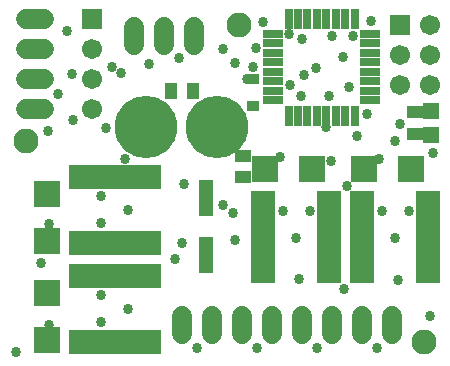
<source format=gts>
G75*
%MOIN*%
%OFA0B0*%
%FSLAX25Y25*%
%IPPOS*%
%LPD*%
%AMOC8*
5,1,8,0,0,1.08239X$1,22.5*
%
%ADD10C,0.08300*%
%ADD11R,0.08674X0.08674*%
%ADD12C,0.06700*%
%ADD13R,0.06700X0.06700*%
%ADD14C,0.06737*%
%ADD15R,0.02800X0.06600*%
%ADD16R,0.06600X0.02800*%
%ADD17R,0.30800X0.07900*%
%ADD18R,0.07900X0.30800*%
%ADD19R,0.03950X0.05524*%
%ADD20R,0.05524X0.03950*%
%ADD21R,0.04737X0.12414*%
%ADD22R,0.05524X0.05524*%
%ADD23R,0.04068X0.03280*%
%ADD24C,0.20800*%
%ADD25C,0.03400*%
D10*
X0020000Y0084300D03*
X0091000Y0123000D03*
X0152500Y0017500D03*
D11*
X0148374Y0075000D03*
X0132626Y0075000D03*
X0115374Y0075000D03*
X0099626Y0075000D03*
X0027000Y0066874D03*
X0027000Y0051126D03*
X0027000Y0033874D03*
X0027000Y0018126D03*
D12*
X0042000Y0095000D03*
X0042000Y0105000D03*
X0042000Y0115000D03*
X0144500Y0113000D03*
X0144500Y0103000D03*
X0154500Y0103000D03*
X0154500Y0113000D03*
X0154500Y0123000D03*
D13*
X0144500Y0123000D03*
X0042000Y0125000D03*
D14*
X0056000Y0122269D02*
X0056000Y0116331D01*
X0066000Y0116331D02*
X0066000Y0122269D01*
X0076000Y0122269D02*
X0076000Y0116331D01*
X0025969Y0115000D02*
X0020031Y0115000D01*
X0020031Y0105000D02*
X0025969Y0105000D01*
X0025969Y0095000D02*
X0020031Y0095000D01*
X0020031Y0125000D02*
X0025969Y0125000D01*
X0072000Y0025969D02*
X0072000Y0020031D01*
X0082000Y0020031D02*
X0082000Y0025969D01*
X0092000Y0025969D02*
X0092000Y0020031D01*
X0102000Y0020031D02*
X0102000Y0025969D01*
X0112000Y0025969D02*
X0112000Y0020031D01*
X0122000Y0020031D02*
X0122000Y0025969D01*
X0132000Y0025969D02*
X0132000Y0020031D01*
X0142000Y0020031D02*
X0142000Y0025969D01*
D15*
X0129500Y0092800D03*
X0126400Y0092800D03*
X0123200Y0092800D03*
X0120100Y0092800D03*
X0116900Y0092800D03*
X0113800Y0092800D03*
X0110600Y0092800D03*
X0107500Y0092800D03*
X0107500Y0125200D03*
X0110600Y0125200D03*
X0113800Y0125200D03*
X0116900Y0125200D03*
X0120100Y0125200D03*
X0123200Y0125200D03*
X0126400Y0125200D03*
X0129500Y0125200D03*
D16*
X0134700Y0120000D03*
X0134700Y0116900D03*
X0134700Y0113700D03*
X0134700Y0110600D03*
X0134700Y0107400D03*
X0134700Y0104300D03*
X0134700Y0101100D03*
X0134700Y0098000D03*
X0102300Y0098000D03*
X0102300Y0101100D03*
X0102300Y0104300D03*
X0102300Y0107400D03*
X0102300Y0110600D03*
X0102300Y0113700D03*
X0102300Y0116900D03*
X0102300Y0120000D03*
D17*
X0049500Y0072500D03*
X0049500Y0050500D03*
X0049500Y0039500D03*
X0049500Y0017500D03*
D18*
X0099000Y0052500D03*
X0121000Y0052500D03*
X0132000Y0052500D03*
X0154000Y0052500D03*
D19*
X0075543Y0101000D03*
X0068457Y0101000D03*
D20*
X0092400Y0079343D03*
X0092400Y0072257D03*
X0149500Y0086857D03*
X0149500Y0093943D03*
D21*
X0080000Y0065449D03*
X0080000Y0046551D03*
D22*
X0155100Y0086266D03*
X0155100Y0094534D03*
D23*
X0095500Y0095972D03*
X0095500Y0105028D03*
D24*
X0083500Y0089000D03*
X0060000Y0089000D03*
D25*
X0016600Y0014000D03*
X0027500Y0023000D03*
X0045000Y0024000D03*
X0045000Y0033000D03*
X0054000Y0028500D03*
X0054200Y0038500D03*
X0069500Y0045000D03*
X0072000Y0050500D03*
X0085500Y0063000D03*
X0089000Y0060500D03*
X0089500Y0051500D03*
X0105500Y0061000D03*
X0110000Y0052000D03*
X0114500Y0061000D03*
X0120000Y0051500D03*
X0111000Y0038500D03*
X0126100Y0035100D03*
X0144000Y0038000D03*
X0143000Y0052000D03*
X0138500Y0061000D03*
X0147500Y0061000D03*
X0153000Y0051500D03*
X0154500Y0026000D03*
X0137000Y0015500D03*
X0117000Y0015500D03*
X0097000Y0015500D03*
X0077000Y0015500D03*
X0045000Y0057000D03*
X0045000Y0066000D03*
X0054000Y0061500D03*
X0054500Y0071500D03*
X0053000Y0078500D03*
X0046600Y0088800D03*
X0035500Y0091500D03*
X0030500Y0100000D03*
X0035300Y0106600D03*
X0048500Y0109200D03*
X0051500Y0107000D03*
X0060900Y0110000D03*
X0071000Y0112000D03*
X0085500Y0115000D03*
X0089500Y0110500D03*
X0095500Y0109000D03*
X0093500Y0105000D03*
X0096500Y0115500D03*
X0099000Y0124000D03*
X0107500Y0120000D03*
X0112000Y0118500D03*
X0116600Y0108600D03*
X0112500Y0106500D03*
X0108000Y0103000D03*
X0111500Y0099500D03*
X0120100Y0089000D03*
X0121000Y0099500D03*
X0127500Y0102500D03*
X0133500Y0093500D03*
X0130300Y0086000D03*
X0137500Y0078500D03*
X0142957Y0084500D03*
X0144700Y0090100D03*
X0155500Y0080500D03*
X0127000Y0069500D03*
X0121700Y0077700D03*
X0104500Y0079000D03*
X0125800Y0112500D03*
X0129100Y0119300D03*
X0122000Y0119500D03*
X0135000Y0124500D03*
X0072500Y0070000D03*
X0033700Y0120900D03*
X0027200Y0087700D03*
X0027500Y0056600D03*
X0025100Y0043600D03*
M02*

</source>
